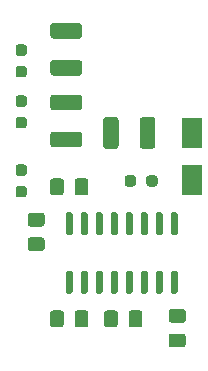
<source format=gbr>
%TF.GenerationSoftware,KiCad,Pcbnew,(5.1.10)-1*%
%TF.CreationDate,2021-08-19T13:56:03-06:00*%
%TF.ProjectId,Remote Ocean Acidification Monitor,52656d6f-7465-4204-9f63-65616e204163,rev?*%
%TF.SameCoordinates,Original*%
%TF.FileFunction,Paste,Top*%
%TF.FilePolarity,Positive*%
%FSLAX46Y46*%
G04 Gerber Fmt 4.6, Leading zero omitted, Abs format (unit mm)*
G04 Created by KiCad (PCBNEW (5.1.10)-1) date 2021-08-19 13:56:03*
%MOMM*%
%LPD*%
G01*
G04 APERTURE LIST*
%ADD10R,1.800000X2.500000*%
G04 APERTURE END LIST*
D10*
%TO.C,D1*%
X145034000Y-96266000D03*
X145034000Y-100266000D03*
%TD*%
%TO.C,C1*%
G36*
G01*
X135466002Y-88292500D02*
X133265998Y-88292500D01*
G75*
G02*
X133016000Y-88042502I0J249998D01*
G01*
X133016000Y-87217498D01*
G75*
G02*
X133265998Y-86967500I249998J0D01*
G01*
X135466002Y-86967500D01*
G75*
G02*
X135716000Y-87217498I0J-249998D01*
G01*
X135716000Y-88042502D01*
G75*
G02*
X135466002Y-88292500I-249998J0D01*
G01*
G37*
G36*
G01*
X135466002Y-91417500D02*
X133265998Y-91417500D01*
G75*
G02*
X133016000Y-91167502I0J249998D01*
G01*
X133016000Y-90342498D01*
G75*
G02*
X133265998Y-90092500I249998J0D01*
G01*
X135466002Y-90092500D01*
G75*
G02*
X135716000Y-90342498I0J-249998D01*
G01*
X135716000Y-91167502D01*
G75*
G02*
X135466002Y-91417500I-249998J0D01*
G01*
G37*
%TD*%
%TO.C,C2*%
G36*
G01*
X135466002Y-97475000D02*
X133265998Y-97475000D01*
G75*
G02*
X133016000Y-97225002I0J249998D01*
G01*
X133016000Y-96399998D01*
G75*
G02*
X133265998Y-96150000I249998J0D01*
G01*
X135466002Y-96150000D01*
G75*
G02*
X135716000Y-96399998I0J-249998D01*
G01*
X135716000Y-97225002D01*
G75*
G02*
X135466002Y-97475000I-249998J0D01*
G01*
G37*
G36*
G01*
X135466002Y-94350000D02*
X133265998Y-94350000D01*
G75*
G02*
X133016000Y-94100002I0J249998D01*
G01*
X133016000Y-93274998D01*
G75*
G02*
X133265998Y-93025000I249998J0D01*
G01*
X135466002Y-93025000D01*
G75*
G02*
X135716000Y-93274998I0J-249998D01*
G01*
X135716000Y-94100002D01*
G75*
G02*
X135466002Y-94350000I-249998J0D01*
G01*
G37*
%TD*%
%TO.C,C3*%
G36*
G01*
X141925000Y-95165998D02*
X141925000Y-97366002D01*
G75*
G02*
X141675002Y-97616000I-249998J0D01*
G01*
X140849998Y-97616000D01*
G75*
G02*
X140600000Y-97366002I0J249998D01*
G01*
X140600000Y-95165998D01*
G75*
G02*
X140849998Y-94916000I249998J0D01*
G01*
X141675002Y-94916000D01*
G75*
G02*
X141925000Y-95165998I0J-249998D01*
G01*
G37*
G36*
G01*
X138800000Y-95165998D02*
X138800000Y-97366002D01*
G75*
G02*
X138550002Y-97616000I-249998J0D01*
G01*
X137724998Y-97616000D01*
G75*
G02*
X137475000Y-97366002I0J249998D01*
G01*
X137475000Y-95165998D01*
G75*
G02*
X137724998Y-94916000I249998J0D01*
G01*
X138550002Y-94916000D01*
G75*
G02*
X138800000Y-95165998I0J-249998D01*
G01*
G37*
%TD*%
%TO.C,C4*%
G36*
G01*
X132995000Y-112489000D02*
X132995000Y-111539000D01*
G75*
G02*
X133245000Y-111289000I250000J0D01*
G01*
X133920000Y-111289000D01*
G75*
G02*
X134170000Y-111539000I0J-250000D01*
G01*
X134170000Y-112489000D01*
G75*
G02*
X133920000Y-112739000I-250000J0D01*
G01*
X133245000Y-112739000D01*
G75*
G02*
X132995000Y-112489000I0J250000D01*
G01*
G37*
G36*
G01*
X135070000Y-112489000D02*
X135070000Y-111539000D01*
G75*
G02*
X135320000Y-111289000I250000J0D01*
G01*
X135995000Y-111289000D01*
G75*
G02*
X136245000Y-111539000I0J-250000D01*
G01*
X136245000Y-112489000D01*
G75*
G02*
X135995000Y-112739000I-250000J0D01*
G01*
X135320000Y-112739000D01*
G75*
G02*
X135070000Y-112489000I0J250000D01*
G01*
G37*
%TD*%
%TO.C,C5*%
G36*
G01*
X144239000Y-114422500D02*
X143289000Y-114422500D01*
G75*
G02*
X143039000Y-114172500I0J250000D01*
G01*
X143039000Y-113497500D01*
G75*
G02*
X143289000Y-113247500I250000J0D01*
G01*
X144239000Y-113247500D01*
G75*
G02*
X144489000Y-113497500I0J-250000D01*
G01*
X144489000Y-114172500D01*
G75*
G02*
X144239000Y-114422500I-250000J0D01*
G01*
G37*
G36*
G01*
X144239000Y-112347500D02*
X143289000Y-112347500D01*
G75*
G02*
X143039000Y-112097500I0J250000D01*
G01*
X143039000Y-111422500D01*
G75*
G02*
X143289000Y-111172500I250000J0D01*
G01*
X144239000Y-111172500D01*
G75*
G02*
X144489000Y-111422500I0J-250000D01*
G01*
X144489000Y-112097500D01*
G75*
G02*
X144239000Y-112347500I-250000J0D01*
G01*
G37*
%TD*%
%TO.C,C6*%
G36*
G01*
X137567000Y-112489000D02*
X137567000Y-111539000D01*
G75*
G02*
X137817000Y-111289000I250000J0D01*
G01*
X138492000Y-111289000D01*
G75*
G02*
X138742000Y-111539000I0J-250000D01*
G01*
X138742000Y-112489000D01*
G75*
G02*
X138492000Y-112739000I-250000J0D01*
G01*
X137817000Y-112739000D01*
G75*
G02*
X137567000Y-112489000I0J250000D01*
G01*
G37*
G36*
G01*
X139642000Y-112489000D02*
X139642000Y-111539000D01*
G75*
G02*
X139892000Y-111289000I250000J0D01*
G01*
X140567000Y-111289000D01*
G75*
G02*
X140817000Y-111539000I0J-250000D01*
G01*
X140817000Y-112489000D01*
G75*
G02*
X140567000Y-112739000I-250000J0D01*
G01*
X139892000Y-112739000D01*
G75*
G02*
X139642000Y-112489000I0J250000D01*
G01*
G37*
%TD*%
%TO.C,C7*%
G36*
G01*
X134170000Y-100363000D02*
X134170000Y-101313000D01*
G75*
G02*
X133920000Y-101563000I-250000J0D01*
G01*
X133245000Y-101563000D01*
G75*
G02*
X132995000Y-101313000I0J250000D01*
G01*
X132995000Y-100363000D01*
G75*
G02*
X133245000Y-100113000I250000J0D01*
G01*
X133920000Y-100113000D01*
G75*
G02*
X134170000Y-100363000I0J-250000D01*
G01*
G37*
G36*
G01*
X136245000Y-100363000D02*
X136245000Y-101313000D01*
G75*
G02*
X135995000Y-101563000I-250000J0D01*
G01*
X135320000Y-101563000D01*
G75*
G02*
X135070000Y-101313000I0J250000D01*
G01*
X135070000Y-100363000D01*
G75*
G02*
X135320000Y-100113000I250000J0D01*
G01*
X135995000Y-100113000D01*
G75*
G02*
X136245000Y-100363000I0J-250000D01*
G01*
G37*
%TD*%
%TO.C,C8*%
G36*
G01*
X131351000Y-105098000D02*
X132301000Y-105098000D01*
G75*
G02*
X132551000Y-105348000I0J-250000D01*
G01*
X132551000Y-106023000D01*
G75*
G02*
X132301000Y-106273000I-250000J0D01*
G01*
X131351000Y-106273000D01*
G75*
G02*
X131101000Y-106023000I0J250000D01*
G01*
X131101000Y-105348000D01*
G75*
G02*
X131351000Y-105098000I250000J0D01*
G01*
G37*
G36*
G01*
X131351000Y-103023000D02*
X132301000Y-103023000D01*
G75*
G02*
X132551000Y-103273000I0J-250000D01*
G01*
X132551000Y-103948000D01*
G75*
G02*
X132301000Y-104198000I-250000J0D01*
G01*
X131351000Y-104198000D01*
G75*
G02*
X131101000Y-103948000I0J250000D01*
G01*
X131101000Y-103273000D01*
G75*
G02*
X131351000Y-103023000I250000J0D01*
G01*
G37*
%TD*%
%TO.C,U2*%
G36*
G01*
X134770000Y-109876000D02*
X134470000Y-109876000D01*
G75*
G02*
X134320000Y-109726000I0J150000D01*
G01*
X134320000Y-108076000D01*
G75*
G02*
X134470000Y-107926000I150000J0D01*
G01*
X134770000Y-107926000D01*
G75*
G02*
X134920000Y-108076000I0J-150000D01*
G01*
X134920000Y-109726000D01*
G75*
G02*
X134770000Y-109876000I-150000J0D01*
G01*
G37*
G36*
G01*
X136040000Y-109876000D02*
X135740000Y-109876000D01*
G75*
G02*
X135590000Y-109726000I0J150000D01*
G01*
X135590000Y-108076000D01*
G75*
G02*
X135740000Y-107926000I150000J0D01*
G01*
X136040000Y-107926000D01*
G75*
G02*
X136190000Y-108076000I0J-150000D01*
G01*
X136190000Y-109726000D01*
G75*
G02*
X136040000Y-109876000I-150000J0D01*
G01*
G37*
G36*
G01*
X137310000Y-109876000D02*
X137010000Y-109876000D01*
G75*
G02*
X136860000Y-109726000I0J150000D01*
G01*
X136860000Y-108076000D01*
G75*
G02*
X137010000Y-107926000I150000J0D01*
G01*
X137310000Y-107926000D01*
G75*
G02*
X137460000Y-108076000I0J-150000D01*
G01*
X137460000Y-109726000D01*
G75*
G02*
X137310000Y-109876000I-150000J0D01*
G01*
G37*
G36*
G01*
X138580000Y-109876000D02*
X138280000Y-109876000D01*
G75*
G02*
X138130000Y-109726000I0J150000D01*
G01*
X138130000Y-108076000D01*
G75*
G02*
X138280000Y-107926000I150000J0D01*
G01*
X138580000Y-107926000D01*
G75*
G02*
X138730000Y-108076000I0J-150000D01*
G01*
X138730000Y-109726000D01*
G75*
G02*
X138580000Y-109876000I-150000J0D01*
G01*
G37*
G36*
G01*
X139850000Y-109876000D02*
X139550000Y-109876000D01*
G75*
G02*
X139400000Y-109726000I0J150000D01*
G01*
X139400000Y-108076000D01*
G75*
G02*
X139550000Y-107926000I150000J0D01*
G01*
X139850000Y-107926000D01*
G75*
G02*
X140000000Y-108076000I0J-150000D01*
G01*
X140000000Y-109726000D01*
G75*
G02*
X139850000Y-109876000I-150000J0D01*
G01*
G37*
G36*
G01*
X141120000Y-109876000D02*
X140820000Y-109876000D01*
G75*
G02*
X140670000Y-109726000I0J150000D01*
G01*
X140670000Y-108076000D01*
G75*
G02*
X140820000Y-107926000I150000J0D01*
G01*
X141120000Y-107926000D01*
G75*
G02*
X141270000Y-108076000I0J-150000D01*
G01*
X141270000Y-109726000D01*
G75*
G02*
X141120000Y-109876000I-150000J0D01*
G01*
G37*
G36*
G01*
X142390000Y-109876000D02*
X142090000Y-109876000D01*
G75*
G02*
X141940000Y-109726000I0J150000D01*
G01*
X141940000Y-108076000D01*
G75*
G02*
X142090000Y-107926000I150000J0D01*
G01*
X142390000Y-107926000D01*
G75*
G02*
X142540000Y-108076000I0J-150000D01*
G01*
X142540000Y-109726000D01*
G75*
G02*
X142390000Y-109876000I-150000J0D01*
G01*
G37*
G36*
G01*
X143660000Y-109876000D02*
X143360000Y-109876000D01*
G75*
G02*
X143210000Y-109726000I0J150000D01*
G01*
X143210000Y-108076000D01*
G75*
G02*
X143360000Y-107926000I150000J0D01*
G01*
X143660000Y-107926000D01*
G75*
G02*
X143810000Y-108076000I0J-150000D01*
G01*
X143810000Y-109726000D01*
G75*
G02*
X143660000Y-109876000I-150000J0D01*
G01*
G37*
G36*
G01*
X143660000Y-104926000D02*
X143360000Y-104926000D01*
G75*
G02*
X143210000Y-104776000I0J150000D01*
G01*
X143210000Y-103126000D01*
G75*
G02*
X143360000Y-102976000I150000J0D01*
G01*
X143660000Y-102976000D01*
G75*
G02*
X143810000Y-103126000I0J-150000D01*
G01*
X143810000Y-104776000D01*
G75*
G02*
X143660000Y-104926000I-150000J0D01*
G01*
G37*
G36*
G01*
X142390000Y-104926000D02*
X142090000Y-104926000D01*
G75*
G02*
X141940000Y-104776000I0J150000D01*
G01*
X141940000Y-103126000D01*
G75*
G02*
X142090000Y-102976000I150000J0D01*
G01*
X142390000Y-102976000D01*
G75*
G02*
X142540000Y-103126000I0J-150000D01*
G01*
X142540000Y-104776000D01*
G75*
G02*
X142390000Y-104926000I-150000J0D01*
G01*
G37*
G36*
G01*
X141120000Y-104926000D02*
X140820000Y-104926000D01*
G75*
G02*
X140670000Y-104776000I0J150000D01*
G01*
X140670000Y-103126000D01*
G75*
G02*
X140820000Y-102976000I150000J0D01*
G01*
X141120000Y-102976000D01*
G75*
G02*
X141270000Y-103126000I0J-150000D01*
G01*
X141270000Y-104776000D01*
G75*
G02*
X141120000Y-104926000I-150000J0D01*
G01*
G37*
G36*
G01*
X139850000Y-104926000D02*
X139550000Y-104926000D01*
G75*
G02*
X139400000Y-104776000I0J150000D01*
G01*
X139400000Y-103126000D01*
G75*
G02*
X139550000Y-102976000I150000J0D01*
G01*
X139850000Y-102976000D01*
G75*
G02*
X140000000Y-103126000I0J-150000D01*
G01*
X140000000Y-104776000D01*
G75*
G02*
X139850000Y-104926000I-150000J0D01*
G01*
G37*
G36*
G01*
X138580000Y-104926000D02*
X138280000Y-104926000D01*
G75*
G02*
X138130000Y-104776000I0J150000D01*
G01*
X138130000Y-103126000D01*
G75*
G02*
X138280000Y-102976000I150000J0D01*
G01*
X138580000Y-102976000D01*
G75*
G02*
X138730000Y-103126000I0J-150000D01*
G01*
X138730000Y-104776000D01*
G75*
G02*
X138580000Y-104926000I-150000J0D01*
G01*
G37*
G36*
G01*
X137310000Y-104926000D02*
X137010000Y-104926000D01*
G75*
G02*
X136860000Y-104776000I0J150000D01*
G01*
X136860000Y-103126000D01*
G75*
G02*
X137010000Y-102976000I150000J0D01*
G01*
X137310000Y-102976000D01*
G75*
G02*
X137460000Y-103126000I0J-150000D01*
G01*
X137460000Y-104776000D01*
G75*
G02*
X137310000Y-104926000I-150000J0D01*
G01*
G37*
G36*
G01*
X136040000Y-104926000D02*
X135740000Y-104926000D01*
G75*
G02*
X135590000Y-104776000I0J150000D01*
G01*
X135590000Y-103126000D01*
G75*
G02*
X135740000Y-102976000I150000J0D01*
G01*
X136040000Y-102976000D01*
G75*
G02*
X136190000Y-103126000I0J-150000D01*
G01*
X136190000Y-104776000D01*
G75*
G02*
X136040000Y-104926000I-150000J0D01*
G01*
G37*
G36*
G01*
X134770000Y-104926000D02*
X134470000Y-104926000D01*
G75*
G02*
X134320000Y-104776000I0J150000D01*
G01*
X134320000Y-103126000D01*
G75*
G02*
X134470000Y-102976000I150000J0D01*
G01*
X134770000Y-102976000D01*
G75*
G02*
X134920000Y-103126000I0J-150000D01*
G01*
X134920000Y-104776000D01*
G75*
G02*
X134770000Y-104926000I-150000J0D01*
G01*
G37*
%TD*%
%TO.C,R1*%
G36*
G01*
X140291000Y-100092500D02*
X140291000Y-100567500D01*
G75*
G02*
X140053500Y-100805000I-237500J0D01*
G01*
X139553500Y-100805000D01*
G75*
G02*
X139316000Y-100567500I0J237500D01*
G01*
X139316000Y-100092500D01*
G75*
G02*
X139553500Y-99855000I237500J0D01*
G01*
X140053500Y-99855000D01*
G75*
G02*
X140291000Y-100092500I0J-237500D01*
G01*
G37*
G36*
G01*
X142116000Y-100092500D02*
X142116000Y-100567500D01*
G75*
G02*
X141878500Y-100805000I-237500J0D01*
G01*
X141378500Y-100805000D01*
G75*
G02*
X141141000Y-100567500I0J237500D01*
G01*
X141141000Y-100092500D01*
G75*
G02*
X141378500Y-99855000I237500J0D01*
G01*
X141878500Y-99855000D01*
G75*
G02*
X142116000Y-100092500I0J-237500D01*
G01*
G37*
%TD*%
%TO.C,R2*%
G36*
G01*
X130318500Y-98930000D02*
X130793500Y-98930000D01*
G75*
G02*
X131031000Y-99167500I0J-237500D01*
G01*
X131031000Y-99667500D01*
G75*
G02*
X130793500Y-99905000I-237500J0D01*
G01*
X130318500Y-99905000D01*
G75*
G02*
X130081000Y-99667500I0J237500D01*
G01*
X130081000Y-99167500D01*
G75*
G02*
X130318500Y-98930000I237500J0D01*
G01*
G37*
G36*
G01*
X130318500Y-100755000D02*
X130793500Y-100755000D01*
G75*
G02*
X131031000Y-100992500I0J-237500D01*
G01*
X131031000Y-101492500D01*
G75*
G02*
X130793500Y-101730000I-237500J0D01*
G01*
X130318500Y-101730000D01*
G75*
G02*
X130081000Y-101492500I0J237500D01*
G01*
X130081000Y-100992500D01*
G75*
G02*
X130318500Y-100755000I237500J0D01*
G01*
G37*
%TD*%
%TO.C,R3*%
G36*
G01*
X130318500Y-90595000D02*
X130793500Y-90595000D01*
G75*
G02*
X131031000Y-90832500I0J-237500D01*
G01*
X131031000Y-91332500D01*
G75*
G02*
X130793500Y-91570000I-237500J0D01*
G01*
X130318500Y-91570000D01*
G75*
G02*
X130081000Y-91332500I0J237500D01*
G01*
X130081000Y-90832500D01*
G75*
G02*
X130318500Y-90595000I237500J0D01*
G01*
G37*
G36*
G01*
X130318500Y-88770000D02*
X130793500Y-88770000D01*
G75*
G02*
X131031000Y-89007500I0J-237500D01*
G01*
X131031000Y-89507500D01*
G75*
G02*
X130793500Y-89745000I-237500J0D01*
G01*
X130318500Y-89745000D01*
G75*
G02*
X130081000Y-89507500I0J237500D01*
G01*
X130081000Y-89007500D01*
G75*
G02*
X130318500Y-88770000I237500J0D01*
G01*
G37*
%TD*%
%TO.C,R4*%
G36*
G01*
X130318500Y-93088000D02*
X130793500Y-93088000D01*
G75*
G02*
X131031000Y-93325500I0J-237500D01*
G01*
X131031000Y-93825500D01*
G75*
G02*
X130793500Y-94063000I-237500J0D01*
G01*
X130318500Y-94063000D01*
G75*
G02*
X130081000Y-93825500I0J237500D01*
G01*
X130081000Y-93325500D01*
G75*
G02*
X130318500Y-93088000I237500J0D01*
G01*
G37*
G36*
G01*
X130318500Y-94913000D02*
X130793500Y-94913000D01*
G75*
G02*
X131031000Y-95150500I0J-237500D01*
G01*
X131031000Y-95650500D01*
G75*
G02*
X130793500Y-95888000I-237500J0D01*
G01*
X130318500Y-95888000D01*
G75*
G02*
X130081000Y-95650500I0J237500D01*
G01*
X130081000Y-95150500D01*
G75*
G02*
X130318500Y-94913000I237500J0D01*
G01*
G37*
%TD*%
M02*

</source>
